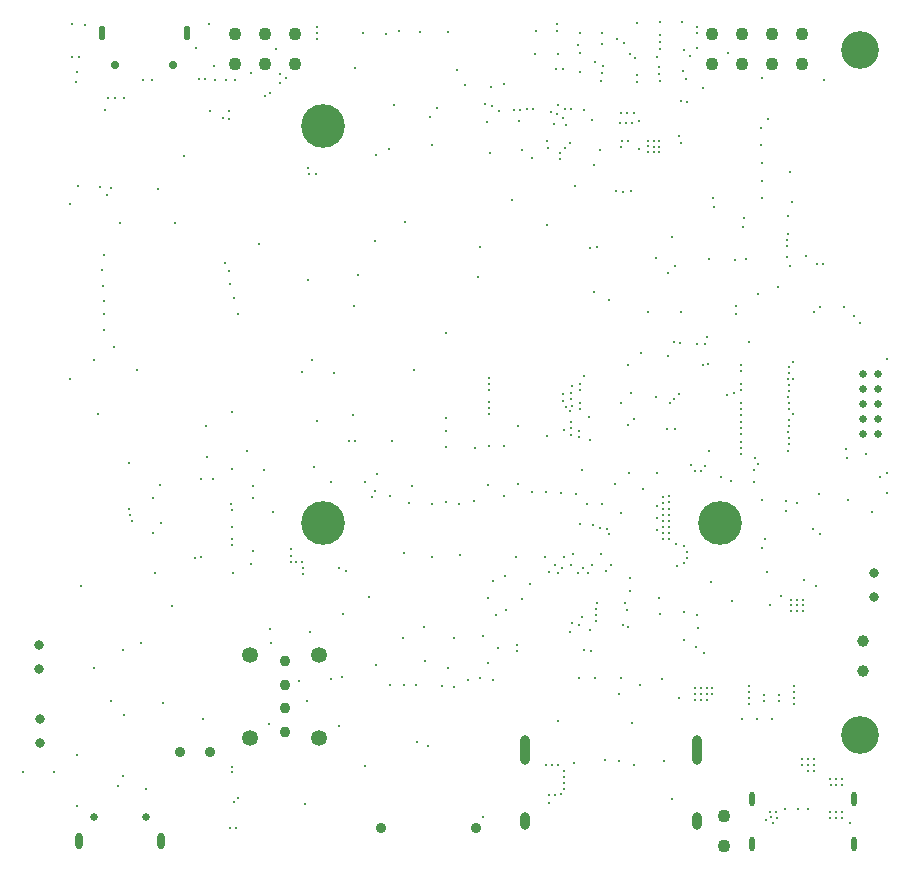
<source format=gbr>
%TF.GenerationSoftware,Altium Limited,Altium Designer,23.1.1 (15)*%
G04 Layer_Color=0*
%FSLAX45Y45*%
%MOMM*%
%TF.SameCoordinates,8C37DE4A-61E0-4A85-99FC-D0A1A2E6B02F*%
%TF.FilePolarity,Positive*%
%TF.FileFunction,Plated,1,4,PTH,Drill*%
%TF.Part,Single*%
G01*
G75*
%TA.AperFunction,ComponentDrill*%
%ADD254O,0.60000X1.40000*%
%ADD255C,0.65000*%
%ADD256C,0.90000*%
%ADD257C,0.80000*%
%ADD258C,1.35000*%
%ADD259C,1.10000*%
%ADD260O,0.50000X1.20000*%
%ADD261C,3.70000*%
%ADD262C,3.20000*%
%ADD263O,0.50000X1.30000*%
%ADD264C,0.70000*%
%ADD265C,1.10000*%
%ADD266O,0.80000X2.50000*%
%ADD267O,0.80000X1.50000*%
%ADD268C,0.92000*%
%ADD269C,1.00000*%
%TA.AperFunction,ViaDrill,NotFilled*%
%ADD270C,0.20000*%
D254*
X571380Y182880D02*
D03*
X1271380D02*
D03*
D255*
X698880Y392880D02*
D03*
X1143880D02*
D03*
X7341000Y3882500D02*
D03*
Y3755500D02*
D03*
X7214000D02*
D03*
Y3628500D02*
D03*
Y3882500D02*
D03*
Y4009500D02*
D03*
X7341000Y3628500D02*
D03*
Y4009500D02*
D03*
X7214000Y4136500D02*
D03*
X7341000D02*
D03*
D256*
X1426840Y939800D02*
D03*
X1680840D02*
D03*
X3130000Y300000D02*
D03*
X3930000D02*
D03*
D257*
X240660Y1218540D02*
D03*
Y1018540D02*
D03*
X238120Y1643380D02*
D03*
Y1843380D02*
D03*
X7305000Y2253000D02*
D03*
Y2453000D02*
D03*
D258*
X2023000Y1060000D02*
D03*
X2603000D02*
D03*
Y1760000D02*
D03*
X2023000D02*
D03*
D259*
X6031042Y400676D02*
D03*
Y146676D02*
D03*
D260*
X6271000Y159500D02*
D03*
X7135000Y160000D02*
D03*
Y540000D02*
D03*
X6271000D02*
D03*
D261*
X2637911Y2879662D02*
D03*
Y6239622D02*
D03*
X5997871Y2879662D02*
D03*
D262*
X7184552Y6880000D02*
D03*
Y1080000D02*
D03*
D263*
X1485002Y7025003D02*
D03*
X765002D02*
D03*
D264*
X880002Y6760003D02*
D03*
X1370002D02*
D03*
D265*
X6698000Y7023000D02*
D03*
X6444000D02*
D03*
X6190000D02*
D03*
X5936000D02*
D03*
Y6769000D02*
D03*
X6190000D02*
D03*
X6444000D02*
D03*
X6698000D02*
D03*
X2400080Y7023000D02*
D03*
X2146080D02*
D03*
X1892080D02*
D03*
Y6769000D02*
D03*
X2146080D02*
D03*
X2400080D02*
D03*
D266*
X4351200Y955000D02*
D03*
X5801199D02*
D03*
D267*
Y355000D02*
D03*
X4351200D02*
D03*
D268*
X2313000Y1110000D02*
D03*
Y1310000D02*
D03*
Y1510000D02*
D03*
Y1710000D02*
D03*
D269*
X7208300Y1627000D02*
D03*
Y1881000D02*
D03*
D270*
X1722120Y6626142D02*
D03*
X1816137Y6627772D02*
D03*
X3776980Y6718300D02*
D03*
X3238500Y6418580D02*
D03*
X4412300Y5973437D02*
D03*
X4323080Y6040120D02*
D03*
X4048760Y6009640D02*
D03*
X3459480Y7038340D02*
D03*
X3698240Y7033260D02*
D03*
X3604260Y6390640D02*
D03*
X3172460Y7020560D02*
D03*
X2974340Y7030720D02*
D03*
X3281680Y7040880D02*
D03*
X997580Y3385820D02*
D03*
X736600Y3799840D02*
D03*
X365440Y772160D02*
D03*
X557840Y916940D02*
D03*
Y478785D02*
D03*
X97579Y773718D02*
D03*
X6593840Y5854700D02*
D03*
X1064260Y4175760D02*
D03*
X698500Y1653540D02*
D03*
X1359959Y2176460D02*
D03*
X2151949Y6491769D02*
D03*
X2190929Y6523337D02*
D03*
X2272533Y6604942D02*
D03*
X1679783Y6367433D02*
D03*
X1840716Y6365213D02*
D03*
X1593103Y6639213D02*
D03*
X1638823D02*
D03*
X1560083Y6898293D02*
D03*
X1712483Y6745893D02*
D03*
X1670680Y7104380D02*
D03*
X494660Y4099560D02*
D03*
X3082920Y5267960D02*
D03*
X1200780Y3093720D02*
D03*
X1256660Y3197860D02*
D03*
X700400Y4259580D02*
D03*
X7033783Y662593D02*
D03*
X6932183Y713393D02*
D03*
X6982983D02*
D03*
X6792483Y878493D02*
D03*
X7033783Y713393D02*
D03*
X7070720Y3505200D02*
D03*
X7352660Y3268980D02*
D03*
X6982983Y662593D02*
D03*
X6935836Y662150D02*
D03*
X6792483Y776893D02*
D03*
Y827693D02*
D03*
X590860Y2346960D02*
D03*
X494660Y5577840D02*
D03*
X948479Y1807498D02*
D03*
X951019Y1253778D02*
D03*
X1144059Y623858D02*
D03*
X905299Y654338D02*
D03*
X1101720Y1864360D02*
D03*
X1282060Y1356360D02*
D03*
X1619880Y1219200D02*
D03*
X847720Y1369060D02*
D03*
X941700Y734060D02*
D03*
X1855259Y298738D02*
D03*
X1906059D02*
D03*
X1216020Y2456180D02*
D03*
X3843026Y6588082D02*
D03*
X6605900Y5595620D02*
D03*
X560700Y5730240D02*
D03*
X2770500Y2501900D02*
D03*
X2585080Y3741420D02*
D03*
X2889880Y3792220D02*
D03*
X2836540Y2476500D02*
D03*
X2458080Y4160520D02*
D03*
X2732400Y4147820D02*
D03*
X5076820Y2522220D02*
D03*
X5038720Y2473960D02*
D03*
X4185280Y2141220D02*
D03*
X3991018Y1918450D02*
D03*
X4959980Y5217160D02*
D03*
X4101460Y2103120D02*
D03*
X4896480Y5204460D02*
D03*
X5064120Y2783840D02*
D03*
X4030986Y6278202D02*
D03*
X781680Y5146040D02*
D03*
X771520Y5024120D02*
D03*
X779140Y4884420D02*
D03*
X784220Y4762500D02*
D03*
X1916740Y4650740D02*
D03*
X1853560Y4904740D02*
D03*
X1881500Y4785360D02*
D03*
X1843400Y5011420D02*
D03*
X4797420Y2453640D02*
D03*
X4838060Y2501900D02*
D03*
X4878700Y2458720D02*
D03*
X4919340Y2522220D02*
D03*
X873120Y4368800D02*
D03*
X786760Y4513580D02*
D03*
Y4645660D02*
D03*
X550540Y6611620D02*
D03*
X575940Y6822440D02*
D03*
X553080Y6700520D02*
D03*
X509900Y6824980D02*
D03*
X3677280Y4488180D02*
D03*
X3969380Y5214620D02*
D03*
X3951600Y4958080D02*
D03*
X2094860Y5242560D02*
D03*
X5803372Y2098046D02*
D03*
X2933060Y4978400D02*
D03*
X4774560Y5732780D02*
D03*
X2811140Y2108200D02*
D03*
X5493380Y2110740D02*
D03*
X5860884Y1779236D02*
D03*
X4119082Y1816770D02*
D03*
X6359011Y6649022D02*
D03*
X4986172Y6034282D02*
D03*
X5923267Y2379302D02*
D03*
X4727591Y1958034D02*
D03*
X4807733Y2012428D02*
D03*
X5222891Y1996134D02*
D03*
X5492854Y7010042D02*
D03*
X5692146Y6885262D02*
D03*
X5714212Y6640106D02*
D03*
X5481326Y6676982D02*
D03*
X5299220Y6669799D02*
D03*
X5001266Y6689682D02*
D03*
X5479610Y2244078D02*
D03*
X3051897Y3100029D02*
D03*
X3032120Y2252980D02*
D03*
X3324220Y2621280D02*
D03*
X3084279Y1676492D02*
D03*
X5653400Y1399540D02*
D03*
X5165187Y1564542D02*
D03*
X6246383Y1399193D02*
D03*
Y1449993D02*
D03*
Y1348393D02*
D03*
X5323200Y1503680D02*
D03*
X3527062Y988060D02*
D03*
X5810880Y1986280D02*
D03*
X6247760Y4409440D02*
D03*
X6121318Y3975536D02*
D03*
X5888606Y4449737D02*
D03*
X4535800Y5402580D02*
D03*
Y3614420D02*
D03*
X6354440Y2664460D02*
D03*
X6560180Y3065780D02*
D03*
X5147940Y1435100D02*
D03*
X6100440Y2219960D02*
D03*
X5859140Y6563360D02*
D03*
X4914260Y6294120D02*
D03*
X6090280Y3235960D02*
D03*
X4835337Y3327720D02*
D03*
X1896276Y6630047D02*
D03*
X2025195Y6687488D02*
D03*
X1840716Y6300776D02*
D03*
X1791858Y6312131D02*
D03*
X2329450Y6647960D02*
D03*
X4598791Y6254862D02*
D03*
X2272660Y6677660D02*
D03*
X3745860Y1493520D02*
D03*
X1998340Y3487420D02*
D03*
X1264280Y2877820D02*
D03*
X6478900Y381000D02*
D03*
X6392540Y363220D02*
D03*
X6433180Y386080D02*
D03*
X6448420Y337820D02*
D03*
X5589900Y546100D02*
D03*
X4624700Y1203960D02*
D03*
X3993531Y385774D02*
D03*
X2178680Y1173480D02*
D03*
X7030130Y434435D02*
D03*
X1868800Y2689860D02*
D03*
X2526660Y1953260D02*
D03*
X6565260Y5275580D02*
D03*
Y5224780D02*
D03*
X6726858Y5140981D02*
D03*
X6491600Y4874260D02*
D03*
X6843411Y4711394D02*
D03*
X7131680Y4627880D02*
D03*
X7047860Y4706620D02*
D03*
X6842120Y3124200D02*
D03*
X6654160Y3048000D02*
D03*
X6518291Y2257754D02*
D03*
X4945367Y1565627D02*
D03*
X6809100Y2341880D02*
D03*
X6712580Y2397760D02*
D03*
X1876420Y2458720D02*
D03*
X2026280Y2529840D02*
D03*
X2803520Y1577340D02*
D03*
X2704460Y1557020D02*
D03*
X2437760Y1544320D02*
D03*
X2196460Y1866900D02*
D03*
X2191380Y1978660D02*
D03*
X2773040Y1160780D02*
D03*
X2503800Y1374140D02*
D03*
X1655440Y3436620D02*
D03*
X1871340Y3335020D02*
D03*
X2138942Y3324809D02*
D03*
X2044060Y3192780D02*
D03*
Y3093022D02*
D03*
X1863720Y3042920D02*
D03*
X2219320Y2969260D02*
D03*
X1609720Y2593340D02*
D03*
X1005200Y2943860D02*
D03*
X1020440Y2893060D02*
D03*
X997580Y2994660D02*
D03*
X2046600Y2641600D02*
D03*
X1556380Y2583180D02*
D03*
X1604640Y3248660D02*
D03*
X1706240D02*
D03*
X1868800Y2991422D02*
D03*
Y2841562D02*
D03*
Y2742502D02*
D03*
X1200780Y2790762D02*
D03*
X7098660Y340360D02*
D03*
X5525308Y864490D02*
D03*
X5274940Y828040D02*
D03*
X5147940Y866140D02*
D03*
X5026020Y868680D02*
D03*
X6322322Y4816436D02*
D03*
X5910954Y5117987D02*
D03*
X3646800Y1498600D02*
D03*
X1383660Y5417820D02*
D03*
X919344Y5420636D02*
D03*
X4695250Y6244847D02*
D03*
X4031772Y1693310D02*
D03*
X4082033Y1550348D02*
D03*
X6595213Y5055638D02*
D03*
X3700146Y1653595D02*
D03*
X3506255Y1710981D02*
D03*
X4535666Y6114676D02*
D03*
X6932183Y433993D02*
D03*
X6982983D02*
D03*
X6932183Y383193D02*
D03*
X6982983D02*
D03*
X7033783D02*
D03*
X6551183Y459393D02*
D03*
X6471330Y434435D02*
D03*
X6424183Y433993D02*
D03*
X6690883Y827693D02*
D03*
X6741683Y776893D02*
D03*
Y827693D02*
D03*
Y878493D02*
D03*
X6690883D02*
D03*
X3429719Y1504392D02*
D03*
X3323039D02*
D03*
X2245077Y6891309D02*
D03*
X1463354Y5985265D02*
D03*
X3748597Y1905998D02*
D03*
X4605136Y2522787D02*
D03*
X4553887Y2466183D02*
D03*
X4950447Y2050767D02*
D03*
X5696165Y1886689D02*
D03*
X4953670Y2154224D02*
D03*
X4677911Y2593771D02*
D03*
X4955245Y2204359D02*
D03*
X4739627Y2523291D02*
D03*
X4954006Y2102722D02*
D03*
X4624367Y2453770D02*
D03*
X4661902Y2494663D02*
D03*
X5693738Y2124087D02*
D03*
X6500383Y1373793D02*
D03*
Y1424593D02*
D03*
X6373383Y1373793D02*
D03*
Y1424593D02*
D03*
X6627383Y1348393D02*
D03*
Y1399193D02*
D03*
Y1449993D02*
D03*
Y1500793D02*
D03*
X6246383D02*
D03*
X6183187Y1216570D02*
D03*
X6439843D02*
D03*
X6313735D02*
D03*
X2510239Y4934992D02*
D03*
X3969256Y1566451D02*
D03*
X3869139Y1551712D02*
D03*
X3208739Y1504392D02*
D03*
X4626731Y6414882D02*
D03*
X1240911Y5706222D02*
D03*
X2549520Y4262120D02*
D03*
X5842484Y3318645D02*
D03*
X6174084Y4213935D02*
D03*
X5853551Y4220322D02*
D03*
X5903763Y3490617D02*
D03*
X5559522Y4290458D02*
D03*
X5611577Y4407757D02*
D03*
X5332180Y4318111D02*
D03*
X4765094Y843306D02*
D03*
X4676791Y776934D02*
D03*
X3565896Y6081900D02*
D03*
X1193335Y6632750D02*
D03*
X1117135D02*
D03*
X4743667Y2035627D02*
D03*
X5228714Y3306097D02*
D03*
X4130600Y6368200D02*
D03*
X4066866Y6409754D02*
D03*
X4009588Y6428134D02*
D03*
X3541691Y6316282D02*
D03*
X5900716Y4221939D02*
D03*
X5161286Y3898222D02*
D03*
X5250186Y3982042D02*
D03*
X5221703Y4216694D02*
D03*
X5662220Y4399700D02*
D03*
X4737728Y3686596D02*
D03*
Y3736756D02*
D03*
X4732007Y3824560D02*
D03*
X4892824Y3779616D02*
D03*
X5459572Y3946482D02*
D03*
X5875007Y3363947D02*
D03*
X6004458Y3272206D02*
D03*
X5470357Y3299790D02*
D03*
X5344984Y3163661D02*
D03*
X5182991Y5683362D02*
D03*
X5122031Y5685902D02*
D03*
X5246491D02*
D03*
X2911685Y3573666D02*
D03*
X2860885D02*
D03*
X6574893Y5324878D02*
D03*
X1651334Y3696147D02*
D03*
X1809958Y5077534D02*
D03*
X3564503Y2587562D02*
D03*
X6825528Y5068292D02*
D03*
X6876328D02*
D03*
X4239808Y5613900D02*
D03*
X6881992Y6628857D02*
D03*
X5934096Y1433116D02*
D03*
Y1483300D02*
D03*
X5786000D02*
D03*
X5887600Y1381700D02*
D03*
Y1432500D02*
D03*
X5836800Y1381700D02*
D03*
X5252093Y1189660D02*
D03*
X3565011Y3041132D02*
D03*
X2365016Y2551147D02*
D03*
X6355971Y5924662D02*
D03*
X6574411Y5475082D02*
D03*
X6353431Y5630022D02*
D03*
Y5777342D02*
D03*
X6350891Y6226922D02*
D03*
Y6077062D02*
D03*
X5013646Y6747429D02*
D03*
X4993970Y6619997D02*
D03*
X4939388Y6784758D02*
D03*
X5296111Y6614326D02*
D03*
X4170097Y3109661D02*
D03*
X5786000Y1381700D02*
D03*
X3801231Y2604882D02*
D03*
X4993151Y2618482D02*
D03*
X4758811Y2612502D02*
D03*
X6572371Y3491342D02*
D03*
Y3648822D02*
D03*
X6620631Y3798682D02*
D03*
X6572371Y3946002D02*
D03*
Y4098158D02*
D03*
X6621349Y4100942D02*
D03*
Y4240251D02*
D03*
X6319507Y3378014D02*
D03*
X5062226Y4766902D02*
D03*
X3920611Y3064622D02*
D03*
X4033846Y3204494D02*
D03*
X4897107Y3583260D02*
D03*
X6586847Y3997760D02*
D03*
Y4047920D02*
D03*
X1871340Y3817620D02*
D03*
X5162671Y2960942D02*
D03*
X4997740Y3043040D02*
D03*
X4877235Y3043779D02*
D03*
X3793611Y3036748D02*
D03*
X4519354Y2592060D02*
D03*
X5505386Y1554445D02*
D03*
X621151Y7098922D02*
D03*
X3363088Y3048822D02*
D03*
X4810687Y2874630D02*
D03*
X4980262Y2840535D02*
D03*
X4921842Y2860855D02*
D03*
X6174083Y3893981D02*
D03*
X4075645Y2389902D02*
D03*
X6174083Y4051998D02*
D03*
X3430862Y1025383D02*
D03*
X6174083Y3843821D02*
D03*
X3314234Y1905847D02*
D03*
X6174083Y3567291D02*
D03*
X3079268Y3148091D02*
D03*
X2992107Y3224247D02*
D03*
X4180482Y2433241D02*
D03*
X4038480Y2242760D02*
D03*
X4394657Y2361743D02*
D03*
X5046893Y2831410D02*
D03*
X6174084Y4163776D02*
D03*
X6174083Y4001838D02*
D03*
X5110486Y3209882D02*
D03*
X6174083Y3517131D02*
D03*
Y3683265D02*
D03*
Y3733425D02*
D03*
X5255574Y6269682D02*
D03*
X4687207Y6053137D02*
D03*
X6384411Y2739962D02*
D03*
X1921763Y548075D02*
D03*
X4276720Y2588260D02*
D03*
X511931Y7101142D02*
D03*
X956317Y6477942D02*
D03*
X4290066Y3209882D02*
D03*
X5627962Y2701783D02*
D03*
X7084431Y3072515D02*
D03*
X6400787Y2466685D02*
D03*
X5635334Y2518713D02*
D03*
X7283773Y2973542D02*
D03*
X6842766Y2783162D02*
D03*
X5719920Y2634156D02*
D03*
X5692740Y2683909D02*
D03*
X5721942Y2582403D02*
D03*
X5694002Y2536683D02*
D03*
X5239234Y2414822D02*
D03*
X6420442Y2181083D02*
D03*
X4777056Y3122555D02*
D03*
X4406906Y3143842D02*
D03*
X4170097Y3527536D02*
D03*
X4047226Y3850242D02*
D03*
Y4006913D02*
D03*
X4046226Y3529922D02*
D03*
X4047226Y4054722D02*
D03*
Y3799442D02*
D03*
Y3901042D02*
D03*
Y4104242D02*
D03*
X3677280Y3058160D02*
D03*
X3207377Y3103753D02*
D03*
X4735256Y6384752D02*
D03*
X4726728Y6094752D02*
D03*
X4845642Y6372083D02*
D03*
X4673211Y6308872D02*
D03*
X4683801Y6383101D02*
D03*
X4619582Y6339063D02*
D03*
X4568908Y6362049D02*
D03*
X4414185Y6383534D02*
D03*
X4364026Y6383326D02*
D03*
X4623191Y7045728D02*
D03*
X5166366Y6113102D02*
D03*
X4171968Y6593707D02*
D03*
X5201926Y6269682D02*
D03*
X4934599Y5910714D02*
D03*
X4647207Y6013137D02*
D03*
X5005018Y6932174D02*
D03*
X5001953Y7026613D02*
D03*
X4817796Y6693320D02*
D03*
X4813181Y7024144D02*
D03*
X5219733Y6113102D02*
D03*
X5483847Y6112227D02*
D03*
X6409628Y6302300D02*
D03*
X4645344Y5961548D02*
D03*
X5191456Y6943206D02*
D03*
X4254577Y6374783D02*
D03*
X4058926Y6572842D02*
D03*
X4625146Y6847482D02*
D03*
X4307846Y6371862D02*
D03*
X4438419Y7048437D02*
D03*
X4432859Y6851434D02*
D03*
X6359321Y3072147D02*
D03*
X5388177Y6067097D02*
D03*
X5666446Y6099179D02*
D03*
X5649448Y6151814D02*
D03*
X3496413Y1997478D02*
D03*
X4622806Y7103702D02*
D03*
X5392047Y4663141D02*
D03*
X4849778Y4120872D02*
D03*
X4803531Y3606539D02*
D03*
Y3656699D02*
D03*
X6292633Y3431058D02*
D03*
X6175145Y3792394D02*
D03*
X880213Y6478038D02*
D03*
X816713D02*
D03*
X791313Y6376438D02*
D03*
X5269880Y6350322D02*
D03*
X5158120D02*
D03*
X5154718Y6269682D02*
D03*
X5214000Y6350322D02*
D03*
X5438856Y6016013D02*
D03*
X5389947Y6018211D02*
D03*
X5484511Y6016954D02*
D03*
X5298446Y7116402D02*
D03*
X4549791Y510234D02*
D03*
X4651391Y586434D02*
D03*
X4600591Y573734D02*
D03*
X4549791D02*
D03*
X4676791Y624534D02*
D03*
Y675334D02*
D03*
Y726134D02*
D03*
X4625991Y827734D02*
D03*
X4575191D02*
D03*
X4524391D02*
D03*
X6602111Y2135834D02*
D03*
X6652911D02*
D03*
X6706251D02*
D03*
X6602111Y2184094D02*
D03*
X6652911D02*
D03*
X6706251D02*
D03*
Y2229814D02*
D03*
X6652911D02*
D03*
X6602111D02*
D03*
X5721213Y6441659D02*
D03*
X5278771Y6819594D02*
D03*
X2483480Y502920D02*
D03*
X2991480Y822960D02*
D03*
X4283091Y1792934D02*
D03*
Y1843734D02*
D03*
X6217749Y5112310D02*
D03*
X6124591Y5107634D02*
D03*
X5945885Y5557562D02*
D03*
X5316226Y6278663D02*
D03*
X4804214Y1568354D02*
D03*
X4851280Y1800800D02*
D03*
X1865011Y815034D02*
D03*
Y766774D02*
D03*
X1889120Y515620D02*
D03*
X5590546Y5297762D02*
D03*
X5618486Y5056638D02*
D03*
X5163826Y6062302D02*
D03*
X4325626Y2239602D02*
D03*
X6065609Y6856447D02*
D03*
X7074329Y3427200D02*
D03*
X4544546Y6055151D02*
D03*
X5786000Y1432500D02*
D03*
X5836800D02*
D03*
X5887600Y1483300D02*
D03*
X5836800D02*
D03*
X6657169Y456657D02*
D03*
X6748711D02*
D03*
X4829478Y2084587D02*
D03*
X5519407Y2790780D02*
D03*
Y2739980D02*
D03*
Y2894947D02*
D03*
Y2843247D02*
D03*
X5516867Y2999060D02*
D03*
Y2948260D02*
D03*
X5514327Y3100980D02*
D03*
X5515229Y3050828D02*
D03*
X6198295Y5388285D02*
D03*
X4811388Y3896699D02*
D03*
Y3846539D02*
D03*
X6586847Y3595800D02*
D03*
X6560807Y2980407D02*
D03*
X3099806Y3291442D02*
D03*
X4669526Y6720442D02*
D03*
X5690204Y6709621D02*
D03*
X5797286Y1825862D02*
D03*
X5175936Y2016082D02*
D03*
X3410580Y4178300D02*
D03*
X3223557Y3573666D02*
D03*
X3329300Y5425440D02*
D03*
X2901686Y4713842D02*
D03*
X3193786Y6042262D02*
D03*
X2514606Y5884502D02*
D03*
X2520956Y5833702D02*
D03*
X2580646D02*
D03*
X3393822Y3194642D02*
D03*
X6569924Y5132769D02*
D03*
X5461006Y5122502D02*
D03*
X6789407Y2830547D02*
D03*
X5483847Y6066323D02*
D03*
X5437086Y6113343D02*
D03*
Y6064899D02*
D03*
X5388177Y6113001D02*
D03*
X5494109Y6894547D02*
D03*
X6285913Y3326355D02*
D03*
X7414880Y3132511D02*
D03*
X5801366Y7027502D02*
D03*
X5808543Y6901207D02*
D03*
X5679229Y7119004D02*
D03*
X5470375Y6823698D02*
D03*
X5128071Y6979008D02*
D03*
X5939170Y5628742D02*
D03*
X5557526Y4998042D02*
D03*
X7183126Y4576402D02*
D03*
X6794506Y4662762D02*
D03*
X6134106Y4713562D02*
D03*
X5671072Y4668595D02*
D03*
X6134106Y4647522D02*
D03*
X5317226Y6047342D02*
D03*
X4800606Y6923362D02*
D03*
X4610106Y6725242D02*
D03*
X4295146Y6280742D02*
D03*
X4932686Y4832942D02*
D03*
X6175145Y3631838D02*
D03*
Y3465704D02*
D03*
X5649966Y3969622D02*
D03*
X5611866Y3928982D02*
D03*
X5573766Y3893422D02*
D03*
X5616946Y3677522D02*
D03*
X5550906Y3674982D02*
D03*
X5275586Y3761062D02*
D03*
X5222246Y3712802D02*
D03*
X7411726Y3303862D02*
D03*
X6283966Y3222582D02*
D03*
X5755646Y3367362D02*
D03*
X5567725Y3106067D02*
D03*
X5571989Y2843247D02*
D03*
Y2893723D02*
D03*
Y2790456D02*
D03*
X5569449Y2998736D02*
D03*
Y2948260D02*
D03*
X5571989Y2739980D02*
D03*
X5567725Y3055591D02*
D03*
X5470280Y3026558D02*
D03*
X5468626Y2922862D02*
D03*
X5463546Y2816182D02*
D03*
X4655826Y3136222D02*
D03*
X4528826Y3138762D02*
D03*
X4287526Y3697562D02*
D03*
X3924306Y3514682D02*
D03*
X4909826Y1797642D02*
D03*
X2590806Y6974162D02*
D03*
Y7024962D02*
D03*
Y7075762D02*
D03*
X2913380Y6728460D02*
D03*
X3087106Y5994002D02*
D03*
X3683006Y3766142D02*
D03*
Y3654382D02*
D03*
Y3524842D02*
D03*
X749306Y5721942D02*
D03*
X840746Y5711782D02*
D03*
X812806Y5655902D02*
D03*
X2369854Y2655692D02*
D03*
X2369807Y2601947D02*
D03*
X2410447Y2551147D02*
D03*
X2471407Y2500347D02*
D03*
X2458707Y2551147D02*
D03*
X2471407Y2449547D02*
D03*
X5239492Y2302742D02*
D03*
X5192229Y2198568D02*
D03*
X4897126Y1975442D02*
D03*
X5210049Y2142728D02*
D03*
X5809540Y4394620D02*
D03*
X7234480Y3462440D02*
D03*
X4811388Y4059106D02*
D03*
Y4008946D02*
D03*
X4737728Y3977903D02*
D03*
Y3927743D02*
D03*
X7413960Y4267620D02*
D03*
X5869633Y4395632D02*
D03*
X5671977Y6451242D02*
D03*
X6200861Y5462762D02*
D03*
X5495696Y7118910D02*
D03*
X5489965Y6954684D02*
D03*
X4811180Y6855854D02*
D03*
X5804587Y7080731D02*
D03*
X5235056Y6848990D02*
D03*
X5486406Y6743022D02*
D03*
X5488946Y6621102D02*
D03*
X5742947Y6831047D02*
D03*
X6058194Y3964826D02*
D03*
X5784401Y3319290D02*
D03*
X6586847Y4197780D02*
D03*
Y4147620D02*
D03*
Y3895520D02*
D03*
Y3845360D02*
D03*
Y3748200D02*
D03*
Y3698040D02*
D03*
Y3545640D02*
D03*
X4738532Y3622540D02*
D03*
X4677572Y3665720D02*
D03*
X4696447Y3865200D02*
D03*
X4748692Y3868920D02*
D03*
X4672492Y3909560D02*
D03*
X4675032Y3970520D02*
D03*
X4746152Y4039100D02*
D03*
X2708606Y3226802D02*
D03*
X2559680Y3352800D02*
D03*
%TF.MD5,e5ffe6b0380c85d71dd46b62d54aab91*%
M02*

</source>
